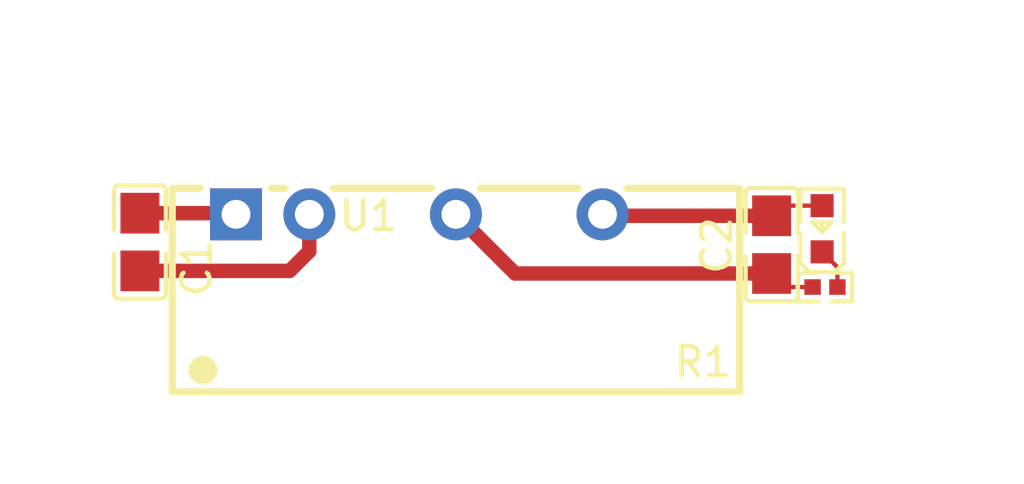
<source format=kicad_pcb>
(kicad_pcb (version 20241229) (generator "pcbnew") (generator_version "9.0")
  (layers (0 "F.Cu" signal) (2 "B.Cu" signal) (13 "F.Paste" user) (15 "B.Paste" user) (5 "F.SilkS" user "F.Silkscreen") (7 "B.SilkS" user "B.Silkscreen") (1 "F.Mask" user) (3 "B.Mask" user) (25 "Edge.Cuts" user))
  (net 0 "")
  (net 1 "cathode")
  (net 2 "hv")
  (net 3 "gnd")
  (net 4 "hv-1")
  (net 5 "gnd-1")
  (footprint "atopile:R0402-56259e" (layer "F.Cu") (at 174.99 93.76 180)
    (property "Reference" "R1" (at 4.23 -2.6 0) (layer "F.SilkS"))
    (property "Value" "2kΩ ±1% 62.5mW")
    (fp_line (start 0.94 0.5) (end 0.94 -0.5) (stroke (width 0.15)) (layer "F.SilkS"))
    (fp_line (start 0.94 -0.5) (end 0.23 -0.5) (stroke (width 0.15)) (layer "F.SilkS"))
    (fp_line (start 0.23 0.5) (end 0.94 0.5) (stroke (width 0.15)) (layer "F.SilkS"))
    (fp_line (start -0.23 0.5) (end -0.94 0.5) (stroke (width 0.15)) (layer "F.SilkS"))
    (fp_line (start -0.94 0.5) (end -0.94 -0.5) (stroke (width 0.15)) (layer "F.SilkS"))
    (fp_line (start -0.94 -0.5) (end -0.23 -0.5) (stroke (width 0.15)) (layer "F.SilkS"))
    (fp_text user "${REFERENCE}" (at 4.23 -2.6 0) (layer "F.SilkS"))
    (pad "1" smd rect (at -0.43 0 180) (size 0.57 0.54) (layers "F.Cu" "F.Mask" "F.Paste") (net 1 "cathode"))
    (pad "2" smd rect (at 0.43 0 180) (size 0.57 0.54) (layers "F.Cu" "F.Mask" "F.Paste") (net 3 "gnd"))
  )
  (footprint "atopile:LED0603-RD-c81ffb" (layer "F.Cu") (at 174.89 91.74 90)
    (property "Reference" "D1" (hide yes))
    (property "Value" "")
    (fp_line (start 1.39 -0.75) (end 1.39 0.73) (stroke (width 0.15)) (layer "F.SilkS"))
    (fp_line (start 0.24 -0.75) (end 1.39 -0.75) (stroke (width 0.15)) (layer "F.SilkS"))
    (fp_line (start -0.14 -0.75) (end -1.19 -0.75) (stroke (width 0.15)) (layer "F.SilkS"))
    (fp_line (start -1.49 -0.45) (end -1.19 -0.75) (stroke (width 0.15)) (layer "F.SilkS"))
    (fp_line (start 0.22 -0.35) (end 0.22 -0.34) (stroke (width 0.15)) (layer "F.SilkS"))
    (fp_line (start 0.22 -0.35) (end 0.22 0.33) (stroke (width 0.15)) (layer "F.SilkS"))
    (fp_line (start -1.49 -0.35) (end -1.49 -0.45) (stroke (width 0.15)) (layer "F.SilkS"))
    (fp_line (start -1.49 -0.35) (end -1.49 0.35) (stroke (width 0.15)) (layer "F.SilkS"))
    (fp_line (start 0.22 -0.34) (end -0.12 0) (stroke (width 0.15)) (layer "F.SilkS"))
    (fp_line (start 0.22 0) (end -0.12 0) (stroke (width 0.15)) (layer "F.SilkS"))
    (fp_line (start 0.22 0.33) (end 0.21 0.33) (stroke (width 0.15)) (layer "F.SilkS"))
    (fp_line (start 0.21 0.33) (end -0.12 0) (stroke (width 0.15)) (layer "F.SilkS"))
    (fp_line (start -1.49 0.35) (end -1.49 0.45) (stroke (width 0.15)) (layer "F.SilkS"))
    (fp_line (start -1.49 0.45) (end -1.19 0.75) (stroke (width 0.15)) (layer "F.SilkS"))
    (fp_line (start 0.24 0.75) (end 1.39 0.75) (stroke (width 0.15)) (layer "F.SilkS"))
    (fp_line (start -0.14 0.75) (end -1.19 0.75) (stroke (width 0.15)) (layer "F.SilkS"))
    (pad "1" smd rect (at -0.8 0 180) (size 0.8 0.8) (layers "F.Cu" "F.Mask" "F.Paste") (net 1 "cathode"))
    (pad "2" smd rect (at 0.8 0 180) (size 0.8 0.8) (layers "F.Cu" "F.Mask" "F.Paste") (net 2 "hv"))
  )
  (footprint "atopile:C0805-3b2e55" (layer "F.Cu") (at 173.14 92.29 -90)
    (property "Reference" "C2" (at 0.029417 1.906875 270) (layer "F.SilkS"))
    (property "Value" "10µF ±10% 25V X5R")
    (fp_line (start -0.4 0.9) (end -1.81 0.9) (stroke (width 0.15)) (layer "F.SilkS"))
    (fp_line (start 0.4 0.9) (end 1.81 0.9) (stroke (width 0.15)) (layer "F.SilkS"))
    (fp_line (start -1.96 0.75) (end -1.96 -0.75) (stroke (width 0.15)) (layer "F.SilkS"))
    (fp_line (start 1.96 0.75) (end 1.96 -0.75) (stroke (width 0.15)) (layer "F.SilkS"))
    (fp_line (start -1.81 -0.9) (end -0.4 -0.9) (stroke (width 0.15)) (layer "F.SilkS"))
    (fp_line (start 1.81 -0.9) (end 0.4 -0.9) (stroke (width 0.15)) (layer "F.SilkS"))
    (fp_arc (start -1.81 0.9) (mid -1.916066 0.856066) (end -1.96 0.75) (stroke (width 0.15)) (layer "F.SilkS"))
    (fp_arc (start 1.96 0.75) (mid 1.916066 0.856066) (end 1.81 0.9) (stroke (width 0.15)) (layer "F.SilkS"))
    (fp_arc (start -1.96 -0.75) (mid -1.916066 -0.856066) (end -1.81 -0.9) (stroke (width 0.15)) (layer "F.SilkS"))
    (fp_arc (start 1.81 -0.9) (mid 1.916066 -0.856066) (end 1.96 -0.75) (stroke (width 0.15)) (layer "F.SilkS"))
    (fp_text user "${REFERENCE}" (at 0.029417 1.906875 270) (layer "F.SilkS"))
    (pad "1" smd rect (at -1 0 270) (size 1.41 1.35) (layers "F.Cu" "F.Mask" "F.Paste") (net 2 "hv"))
    (pad "2" smd rect (at 1 0 270) (size 1.41 1.35) (layers "F.Cu" "F.Mask" "F.Paste") (net 3 "gnd"))
  )
  (footprint "atopile:C0805-3b2e55" (layer "F.Cu") (at 151.25 92.2 -90)
    (property "Reference" "C1" (at 0.9 -1.96 90) (layer "F.SilkS"))
    (property "Value" "2.2µF ±10% 25V X7R")
    (fp_line (start -0.4 0.9) (end -1.81 0.9) (stroke (width 0.15)) (layer "F.SilkS"))
    (fp_line (start 0.4 0.9) (end 1.81 0.9) (stroke (width 0.15)) (layer "F.SilkS"))
    (fp_line (start -1.96 0.75) (end -1.96 -0.75) (stroke (width 0.15)) (layer "F.SilkS"))
    (fp_line (start 1.96 0.75) (end 1.96 -0.75) (stroke (width 0.15)) (layer "F.SilkS"))
    (fp_line (start -1.81 -0.9) (end -0.4 -0.9) (stroke (width 0.15)) (layer "F.SilkS"))
    (fp_line (start 1.81 -0.9) (end 0.4 -0.9) (stroke (width 0.15)) (layer "F.SilkS"))
    (fp_arc (start -1.81 0.9) (mid -1.916066 0.856066) (end -1.96 0.75) (stroke (width 0.15)) (layer "F.SilkS"))
    (fp_arc (start 1.96 0.75) (mid 1.916066 0.856066) (end 1.81 0.9) (stroke (width 0.15)) (layer "F.SilkS"))
    (fp_arc (start -1.96 -0.75) (mid -1.916066 -0.856066) (end -1.81 -0.9) (stroke (width 0.15)) (layer "F.SilkS"))
    (fp_arc (start 1.81 -0.9) (mid 1.916066 -0.856066) (end 1.96 -0.75) (stroke (width 0.15)) (layer "F.SilkS"))
    (fp_text user "${REFERENCE}" (at 0.9 -1.96 90) (layer "F.SilkS"))
    (pad "1" smd rect (at -1 0 270) (size 1.41 1.35) (layers "F.Cu" "F.Mask" "F.Paste") (net 4 "hv-1"))
    (pad "2" smd rect (at 1 0 270) (size 1.41 1.35) (layers "F.Cu" "F.Mask" "F.Paste") (net 5 "gnd-1"))
  )
  (footprint "atopile:PWRM-TH_BXXXXS-2WR3-d8b2fb" (layer "F.Cu") (at 160.93 91.24)
    (property "Reference" "U1" (at -1.76 0.05 0) (layer "F.SilkS"))
    (property "Value" "")
    (fp_line (start -8.56 -0.9) (end -8.56 6.15) (stroke (width 0.25)) (layer "F.SilkS"))
    (fp_line (start -8.56 -0.9) (end -7.58 -0.9) (stroke (width 0.25)) (layer "F.SilkS"))
    (fp_line (start -8.56 6.15) (end 11.09 6.15) (stroke (width 0.25)) (layer "F.SilkS"))
    (fp_line (start -5.12 -0.9) (end -4.65 -0.9) (stroke (width 0.25)) (layer "F.SilkS"))
    (fp_line (start -2.97 -0.9) (end 0.43 -0.9) (stroke (width 0.25)) (layer "F.SilkS"))
    (fp_line (start 2.11 -0.9) (end 5.51 -0.9) (stroke (width 0.25)) (layer "F.SilkS"))
    (fp_line (start 7.19 -0.9) (end 11.1 -0.9) (stroke (width 0.25)) (layer "F.SilkS"))
    (fp_line (start 11.1 6.15) (end 11.1 -0.9) (stroke (width 0.25)) (layer "F.SilkS"))
    (fp_circle (center -7.5 5.4) (end -7.25 5.4) (stroke (width 0.5)) (fill no) (layer "F.SilkS"))
    (fp_text user "${REFERENCE}" (at -1.76 0.05 0) (layer "F.SilkS"))
    (pad "1" thru_hole rect (at -6.35 0) (size 1.8 1.8) (drill 0.999998) (layers "*.Cu" "*.Mask") (net 4 "hv-1"))
    (pad "2" thru_hole circle (at -3.81 0) (size 1.8 1.8) (drill 0.999998) (layers "*.Cu" "*.Mask") (net 5 "gnd-1"))
    (pad "4" thru_hole circle (at 1.27 0) (size 1.8 1.8) (drill 0.999998) (layers "*.Cu" "*.Mask") (net 3 "gnd"))
    (pad "6" thru_hole circle (at 6.35 0) (size 1.8 1.8) (drill 0.999998) (layers "*.Cu" "*.Mask") (net 2 "hv"))
  )
  (segment (start 175.42 93.07) (end 174.89 92.54) (width 0.15) (layer "F.Cu") (net 1))
  (segment (start 174.68 92.75) (end 174.89 92.54) (width 0.15) (layer "F.Cu") (net 1))
  (segment (start 175.42 93.76) (end 175.42 93.07) (width 0.15) (layer "F.Cu") (net 1))
  (segment (start 173.49 90.94) (end 173.14 91.29) (width 0.15) (layer "F.Cu") (net 2))
  (segment (start 173.14 91.29) (end 167.33 91.29) (width 0.5) (layer "F.Cu") (net 2))
  (segment (start 174.89 90.94) (end 173.49 90.94) (width 0.15) (layer "F.Cu") (net 2))
  (segment (start 167.33 91.29) (end 167.28 91.24) (width 0.15) (layer "F.Cu") (net 2))
  (segment (start 164.25 93.29) (end 162.2 91.24) (width 0.5) (layer "F.Cu") (net 3))
  (segment (start 173.61 93.76) (end 173.14 93.29) (width 0.15) (layer "F.Cu") (net 3))
  (segment (start 174.56 93.76) (end 173.61 93.76) (width 0.15) (layer "F.Cu") (net 3))
  (segment (start 173.14 93.29) (end 164.25 93.29) (width 0.5) (layer "F.Cu") (net 3))
  (segment (start 154.54 91.2) (end 154.58 91.24) (width 0.15) (layer "F.Cu") (net 4))
  (segment (start 151.25 91.2) (end 154.54 91.2) (width 0.5) (layer "F.Cu") (net 4))
  (segment (start 156.44 93.2) (end 151.25 93.2) (width 0.5) (layer "F.Cu") (net 5))
  (segment (start 157.12 91.24) (end 157.12 92.52) (width 0.5) (layer "F.Cu") (net 5))
  (segment (start 157.12 92.52) (end 156.44 93.2) (width 0.5) (layer "F.Cu") (net 5))
)
</source>
